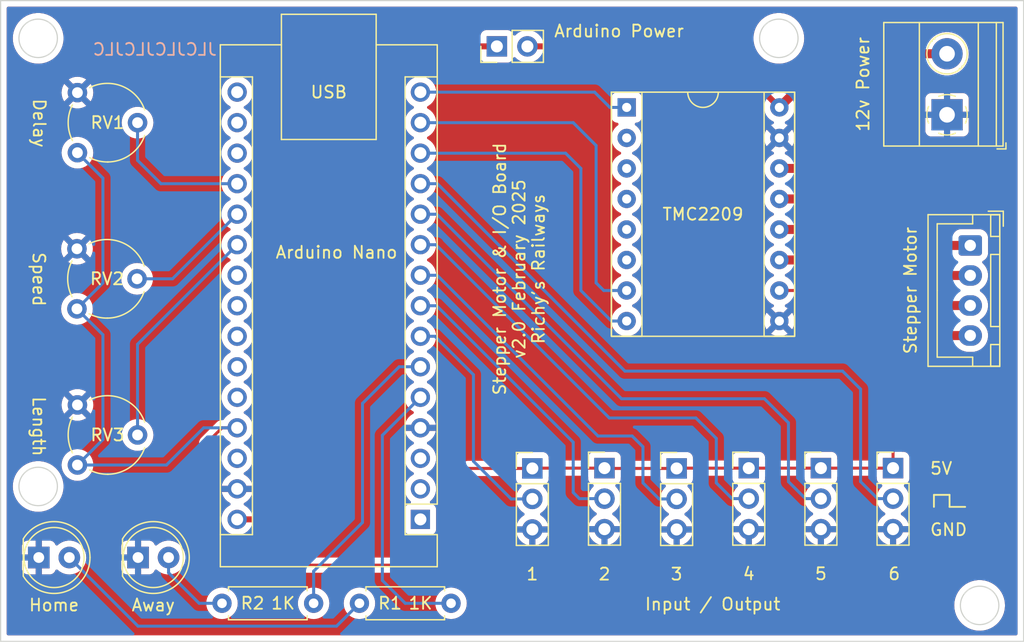
<source format=kicad_pcb>
(kicad_pcb (version 20211014) (generator pcbnew)
  (layers (0 "F.Cu" signal) (31 "B.Cu" signal) (34 "B.Paste" user) (35 "F.Paste" user) (36 "B.SilkS" user "B.Silkscreen") (37 "F.SilkS" user "F.Silkscreen") (38 "B.Mask" user) (39 "F.Mask" user) (44 "Edge.Cuts" user))
  (net 0 "")
  (net 4 "GND")
  (net 5 "Net-(A1-Pad5)")
  (net 6 "Net-(A1-Pad6)")
  (net 7 "Net-(A1-Pad7)")
  (net 8 "Net-(A1-Pad8)")
  (net 9 "Net-(A1-Pad9)")
  (net 10 "Net-(A1-Pad10)")
  (net 11 "Net-(A1-Pad11)")
  (net 12 "Net-(A1-Pad12)")
  (net 16 "Net-(A1-Pad19)")
  (net 17 "Net-(A1-Pad20)")
  (net 18 "Net-(A1-Pad21)")
  (net 24 "Net-(A1-Pad13)")
  (net 26 "Net-(A1-Pad30)")
  (net 27 "Net-(D1-Pad2)")
  (net 28 "Net-(D2-Pad2)")
  (net 29 "Net-(J3-Pad1)")
  (net 30 "Net-(J3-Pad2)")
  (net 31 "Net-(J3-Pad3)")
  (net 32 "Net-(J3-Pad4)")
  (net 38 "Net-(J1-Pad2)")
  (net 39 "Net-(A1-Pad14)")
  (net 40 "Net-(A1-Pad15)")
  (net 41 "VIO")
  (footprint "LED_THT:LED_D5.0mm" (layer "F.Cu") (at 31.75 69.215)
    (fp_text reference "D1" hide)
    (fp_text value "Home" (at 1.27 3.96) (layer "F.SilkS"))
    (fp_line (start -1.29 -1.545) (end -1.29 1.545) (layer "F.SilkS") (width 0.12))
    (fp_arc (start -1.29 -1.54483) (mid 2.072002 -2.880433) (end 4.26 0.000462) (layer "F.SilkS") (width 0.12))
    (fp_arc (start 4.26 -0.000462) (mid 2.072002 2.880433) (end -1.29 1.54483) (layer "F.SilkS") (width 0.12))
    (fp_circle (center 1.27 0) (end 3.77 0) (layer "F.SilkS") (width 0.12) (fill none))
    (pad "1" thru_hole rect (at 0 0) (size 1.8 1.8) (drill 0.9) (layers *.Cu *.Mask) (net 4 "GND"))
    (pad "2" thru_hole circle (at 2.54 0) (size 1.8 1.8) (drill 0.9) (layers *.Cu *.Mask) (net 27 "Net-(D1-Pad2)"))
  )
  (footprint "Potentiometer_THT:Potentiometer_Piher_PT-6-V_Vertical" (layer "F.Cu") (at 34.965 61.515)
    (fp_text reference "RV3" (at 2.5 -2.5) (layer "F.SilkS"))
    (fp_text value "Length" (at -3.215 -3.215 270 unlocked) (layer "F.SilkS"))
    (fp_arc (start 2.556863 0.770075) (mid 1.764071 0.686696) (end 1.015 0.414) (layer "F.SilkS") (width 0.12))
    (fp_arc (start 1.016032 -5.413829) (mid 3.725524 -5.531609) (end 5.592 -3.564) (layer "F.SilkS") (width 0.12))
    (fp_arc (start -0.413387 -1.014798) (mid -0.770114 -2.499325) (end -0.414 -3.984) (layer "F.SilkS") (width 0.12))
    (fp_arc (start 5.591846 -1.435392) (mid 4.398899 0.162158) (end 2.5 0.77) (layer "F.SilkS") (width 0.12))
    (pad "1" thru_hole circle (at 0 0) (size 1.62 1.62) (drill 0.9) (layers *.Cu *.Mask) (net 41 "VIO"))
    (pad "2" thru_hole circle (at 5 -2.5) (size 1.62 1.62) (drill 0.9) (layers *.Cu *.Mask) (net 18 "Net-(A1-Pad21)"))
    (pad "3" thru_hole circle (at 0 -5) (size 1.62 1.62) (drill 0.9) (layers *.Cu *.Mask) (net 4 "GND"))
  )
  (footprint "Connector_PinHeader_2.54mm:PinHeader_1x03_P2.54mm_Vertical" (layer "F.Cu") (at 96.8 61.775)
    (fp_text reference "J8" hide)
    (fp_text value "5" (at 0 8.8) (layer "F.SilkS"))
    (fp_line (start -1.33 -1.33) (end 0 -1.33) (layer "F.SilkS") (width 0.12))
    (fp_line (start 1.33 1.27) (end 1.33 6.41) (layer "F.SilkS") (width 0.12))
    (fp_line (start -1.33 6.41) (end 1.33 6.41) (layer "F.SilkS") (width 0.12))
    (fp_line (start -1.33 0) (end -1.33 -1.33) (layer "F.SilkS") (width 0.12))
    (fp_line (start -1.33 1.27) (end 1.33 1.27) (layer "F.SilkS") (width 0.12))
    (fp_line (start -1.33 1.27) (end -1.33 6.41) (layer "F.SilkS") (width 0.12))
    (pad "1" thru_hole rect (at 0 0) (size 1.7 1.7) (drill 1) (layers *.Cu *.Mask) (net 41 "VIO"))
    (pad "2" thru_hole oval (at 0 2.54) (size 1.7 1.7) (drill 1) (layers *.Cu *.Mask) (net 11 "Net-(A1-Pad11)"))
    (pad "3" thru_hole oval (at 0 5.08) (size 1.7 1.7) (drill 1) (layers *.Cu *.Mask) (net 4 "GND"))
  )
  (footprint "LED_THT:LED_D5.0mm" (layer "F.Cu") (at 40.005 69.215)
    (fp_text reference "D2" hide)
    (fp_text value "Away" (at 1.27 3.96) (layer "F.SilkS"))
    (fp_line (start -1.29 -1.545) (end -1.29 1.545) (layer "F.SilkS") (width 0.12))
    (fp_arc (start -1.29 -1.54483) (mid 2.072002 -2.880433) (end 4.26 0.000462) (layer "F.SilkS") (width 0.12))
    (fp_arc (start 4.26 -0.000462) (mid 2.072002 2.880433) (end -1.29 1.54483) (layer "F.SilkS") (width 0.12))
    (fp_circle (center 1.27 0) (end 3.77 0) (layer "F.SilkS") (width 0.12) (fill none))
    (pad "1" thru_hole rect (at 0 0) (size 1.8 1.8) (drill 0.9) (layers *.Cu *.Mask) (net 4 "GND"))
    (pad "2" thru_hole circle (at 2.54 0) (size 1.8 1.8) (drill 0.9) (layers *.Cu *.Mask) (net 28 "Net-(D2-Pad2)"))
  )
  (footprint "Connector_PinHeader_2.54mm:PinHeader_1x02_P2.54mm_Vertical" (layer "F.Cu") (at 69.85 26.67 90)
    (fp_text reference "J2" hide)
    (fp_text value "Arduino Power" (at 1.27 10.165 unlocked) (layer "F.SilkS"))
    (fp_line (start -1.33 1.27) (end 1.33 1.27) (layer "F.SilkS") (width 0.12))
    (fp_line (start -1.33 3.87) (end 1.33 3.87) (layer "F.SilkS") (width 0.12))
    (fp_line (start 1.33 1.27) (end 1.33 3.87) (layer "F.SilkS") (width 0.12))
    (fp_line (start -1.33 0) (end -1.33 -1.33) (layer "F.SilkS") (width 0.12))
    (fp_line (start -1.33 1.27) (end -1.33 3.87) (layer "F.SilkS") (width 0.12))
    (fp_line (start -1.33 -1.33) (end 0 -1.33) (layer "F.SilkS") (width 0.12))
    (pad "1" thru_hole rect locked (at 0 0 90) (size 1.7 1.7) (drill 1) (layers *.Cu *.Mask) (net 26 "Net-(A1-Pad30)"))
    (pad "2" thru_hole oval locked (at 0 2.54 90) (size 1.7 1.7) (drill 1) (layers *.Cu *.Mask) (net 38 "Net-(J1-Pad2)"))
  )
  (footprint "Connector_PinHeader_2.54mm:PinHeader_1x03_P2.54mm_Vertical" (layer "F.Cu") (at 90.8 61.775)
    (fp_text reference "J7" hide)
    (fp_text value "4" (at 0 8.8) (layer "F.SilkS"))
    (fp_line (start 1.33 1.27) (end 1.33 6.41) (layer "F.SilkS") (width 0.12))
    (fp_line (start -1.33 1.27) (end -1.33 6.41) (layer "F.SilkS") (width 0.12))
    (fp_line (start -1.33 6.41) (end 1.33 6.41) (layer "F.SilkS") (width 0.12))
    (fp_line (start -1.33 1.27) (end 1.33 1.27) (layer "F.SilkS") (width 0.12))
    (fp_line (start -1.33 0) (end -1.33 -1.33) (layer "F.SilkS") (width 0.12))
    (fp_line (start -1.33 -1.33) (end 0 -1.33) (layer "F.SilkS") (width 0.12))
    (pad "1" thru_hole rect (at 0 0) (size 1.7 1.7) (drill 1) (layers *.Cu *.Mask) (net 41 "VIO"))
    (pad "2" thru_hole oval (at 0 2.54) (size 1.7 1.7) (drill 1) (layers *.Cu *.Mask) (net 10 "Net-(A1-Pad10)"))
    (pad "3" thru_hole oval (at 0 5.08) (size 1.7 1.7) (drill 1) (layers *.Cu *.Mask) (net 4 "GND"))
  )
  (footprint "Potentiometer_THT:Potentiometer_Piher_PT-6-V_Vertical" (layer "F.Cu") (at 34.925 48.5175)
    (fp_text reference "RV2" (at 2.5 -2.5) (layer "F.SilkS"))
    (fp_text value "Speed" (at -3.175 -2.46 270 unlocked) (layer "F.SilkS"))
    (fp_arc (start -0.413387 -1.014798) (mid -0.770114 -2.499325) (end -0.414 -3.984) (layer "F.SilkS") (width 0.12))
    (fp_arc (start 1.016032 -5.413829) (mid 3.725524 -5.531609) (end 5.592 -3.564) (layer "F.SilkS") (width 0.12))
    (fp_arc (start 5.591846 -1.435392) (mid 4.398899 0.162158) (end 2.5 0.77) (layer "F.SilkS") (width 0.12))
    (fp_arc (start 2.556863 0.770075) (mid 1.764071 0.686696) (end 1.015 0.414) (layer "F.SilkS") (width 0.12))
    (pad "1" thru_hole circle (at 0 0) (size 1.62 1.62) (drill 0.9) (layers *.Cu *.Mask) (net 41 "VIO"))
    (pad "2" thru_hole circle (at 5 -2.5) (size 1.62 1.62) (drill 0.9) (layers *.Cu *.Mask) (net 17 "Net-(A1-Pad20)"))
    (pad "3" thru_hole circle (at 0 -5) (size 1.62 1.62) (drill 0.9) (layers *.Cu *.Mask) (net 4 "GND"))
  )
  (footprint "Connector_PinHeader_2.54mm:PinHeader_1x03_P2.54mm_Vertical" (layer "F.Cu") (at 72.8 61.8)
    (fp_text reference "J4" hide)
    (fp_text value "1" (at 0 8.8) (layer "F.SilkS"))
    (fp_line (start -1.33 0) (end -1.33 -1.33) (layer "F.SilkS") (width 0.12))
    (fp_line (start 1.33 1.27) (end 1.33 6.41) (layer "F.SilkS") (width 0.12))
    (fp_line (start -1.33 1.27) (end -1.33 6.41) (layer "F.SilkS") (width 0.12))
    (fp_line (start -1.33 -1.33) (end 0 -1.33) (layer "F.SilkS") (width 0.12))
    (fp_line (start -1.33 6.41) (end 1.33 6.41) (layer "F.SilkS") (width 0.12))
    (fp_line (start -1.33 1.27) (end 1.33 1.27) (layer "F.SilkS") (width 0.12))
    (pad "1" thru_hole rect (at 0 0) (size 1.7 1.7) (drill 1) (layers *.Cu *.Mask) (net 41 "VIO"))
    (pad "2" thru_hole oval (at 0 2.54) (size 1.7 1.7) (drill 1) (layers *.Cu *.Mask) (net 7 "Net-(A1-Pad7)"))
    (pad "3" thru_hole oval (at 0 5.08) (size 1.7 1.7) (drill 1) (layers *.Cu *.Mask) (net 4 "GND"))
  )
  (footprint "Richard:TMC2209-Module" (layer "F.Cu") (at 80.645 31.75)
    (fp_text reference "U1" hide)
    (fp_text value "TMC2209" (at 6.35 8.89 unlocked) (layer "F.SilkS"))
    (fp_rect (start -1.27 -1.27) (end 1.27 19.05) (layer "F.SilkS") (width 0.12) (fill none))
    (fp_rect (start -1.27 -1.27) (end 13.97 19.05) (layer "F.SilkS") (width 0.12) (fill none))
    (fp_rect (start 11.43 -1.27) (end 13.97 19.05) (layer "F.SilkS") (width 0.12) (fill none))
    (fp_arc (start 7.62 -1.27) (mid 6.35 0) (end 5.08 -1.27) (layer "F.SilkS") (width 0.12))
    (pad "1" thru_hole rect locked (at 0 0) (size 1.524 1.524) (drill 0.762) (layers *.Cu *.Mask) (net 40 "Net-(A1-Pad15)"))
    (pad "2" thru_hole circle locked (at 0 2.54) (size 1.524 1.524) (drill 0.762) (layers *.Cu *.Mask))
    (pad "3" thru_hole circle locked (at 0 5.08) (size 1.524 1.524) (drill 0.762) (layers *.Cu *.Mask))
    (pad "4" thru_hole circle locked (at 0 7.62) (size 1.524 1.524) (drill 0.762) (layers *.Cu *.Mask))
    (pad "5" thru_hole circle locked (at 0 10.16) (size 1.524 1.524) (drill 0.762) (layers *.Cu *.Mask))
    (pad "6" thru_hole circle locked (at 0 12.7) (size 1.524 1.524) (drill 0.762) (layers *.Cu *.Mask))
    (pad "7" thru_hole circle locked (at 0 15.24) (size 1.524 1.524) (drill 0.762) (layers *.Cu *.Mask) (net 39 "Net-(A1-Pad14)"))
    (pad "8" thru_hole circle locked (at 0 17.78) (size 1.524 1.524) (drill 0.762) (layers *.Cu *.Mask) (net 24 "Net-(A1-Pad13)"))
    (pad "9" thru_hole circle locked (at 12.7 17.78) (size 1.524 1.524) (drill 0.762) (layers *.Cu *.Mask) (net 4 "GND"))
    (pad "10" thru_hole circle locked (at 12.7 15.24) (size 1.524 1.524) (drill 0.762) (layers *.Cu *.Mask) (net 41 "VIO"))
    (pad "11" thru_hole circle locked (at 12.7 12.7) (size 1.524 1.524) (drill 0.762) (layers *.Cu *.Mask) (net 32 "Net-(J3-Pad4)"))
    (pad "12" thru_hole circle locked (at 12.7 10.16) (size 1.524 1.524) (drill 0.762) (layers *.Cu *.Mask) (net 31 "Net-(J3-Pad3)"))
    (pad "13" thru_hole circle locked (at 12.7 7.62) (size 1.524 1.524) (drill 0.762) (layers *.Cu *.Mask) (net 30 "Net-(J3-Pad2)"))
    (pad "14" thru_hole circle locked (at 12.7 5.08) (size 1.524 1.524) (drill 0.762) (layers *.Cu *.Mask) (net 29 "Net-(J3-Pad1)"))
    (pad "15" thru_hole circle locked (at 12.7 2.54) (size 1.524 1.524) (drill 0.762) (layers *.Cu *.Mask) (net 4 "GND"))
    (pad "16" thru_hole circle locked (at 12.7 0) (size 1.524 1.524) (drill 0.762) (layers *.Cu *.Mask) (net 38 "Net-(J1-Pad2)"))
  )
  (footprint "Resistor_THT:R_Axial_DIN0207_L6.3mm_D2.5mm_P7.62mm_Horizontal" (layer "F.Cu") (at 58.42 73.025)
    (fp_text reference "R1" (at 2.54 0) (layer "F.SilkS"))
    (fp_text value "1K" (at 5.08 0) (layer "F.SilkS"))
    (fp_line (start 0.54 -1.04) (end 0.54 -1.37) (layer "F.SilkS") (width 0.12))
    (fp_line (start 0.54 -1.37) (end 7.08 -1.37) (layer "F.SilkS") (width 0.12))
    (fp_line (start 7.08 -1.37) (end 7.08 -1.04) (layer "F.SilkS") (width 0.12))
    (fp_line (start 0.54 1.37) (end 7.08 1.37) (layer "F.SilkS") (width 0.12))
    (fp_line (start 0.54 1.04) (end 0.54 1.37) (layer "F.SilkS") (width 0.12))
    (fp_line (start 7.08 1.37) (end 7.08 1.04) (layer "F.SilkS") (width 0.12))
    (pad "1" thru_hole circle (at 0 0) (size 1.6 1.6) (drill 0.8) (layers *.Cu *.Mask) (net 27 "Net-(D1-Pad2)"))
    (pad "2" thru_hole oval (at 7.62 0) (size 1.6 1.6) (drill 0.8) (layers *.Cu *.Mask) (net 5 "Net-(A1-Pad5)"))
  )
  (footprint "Connector_JST:JST_XH_B4B-XH-A_1x04_P2.50mm_Vertical" (layer "F.Cu") (at 109.22 43.24 -90)
    (fp_text reference "J3" hide)
    (fp_text value "Stepper Motor" (at 3.75 4.97 90) (layer "F.SilkS"))
    (fp_line (start 10.06 -2.46) (end -2.56 -2.46) (layer "F.SilkS") (width 0.12))
    (fp_line (start -2.55 -0.2) (end -1.8 -0.2) (layer "F.SilkS") (width 0.12))
    (fp_line (start 8.25 -1.7) (end 10.05 -1.7) (layer "F.SilkS") (width 0.12))
    (fp_line (start -2.55 -1.7) (end -0.75 -1.7) (layer "F.SilkS") (width 0.12))
    (fp_line (start 10.06 3.51) (end 10.06 -2.46) (layer "F.SilkS") (width 0.12))
    (fp_line (start 8.25 -2.45) (end 8.25 -1.7) (layer "F.SilkS") (width 0.12))
    (fp_line (start 10.05 -2.45) (end 8.25 -2.45) (layer "F.SilkS") (width 0.12))
    (fp_line (start 6.75 -2.45) (end 0.75 -2.45) (layer "F.SilkS") (width 0.12))
    (fp_line (start 10.05 -1.7) (end 10.05 -2.45) (layer "F.SilkS") (width 0.12))
    (fp_line (start -2.56 -2.46) (end -2.56 3.51) (layer "F.SilkS") (width 0.12))
    (fp_line (start -2.85 -2.75) (end -2.85 -1.5) (layer "F.SilkS") (width 0.12))
    (fp_line (start 0.75 -2.45) (end 0.75 -1.7) (layer "F.SilkS") (width 0.12))
    (fp_line (start -1.8 2.75) (end 3.75 2.75) (layer "F.SilkS") (width 0.12))
    (fp_line (start -2.56 3.51) (end 10.06 3.51) (layer "F.SilkS") (width 0.12))
    (fp_line (start -0.75 -1.7) (end -0.75 -2.45) (layer "F.SilkS") (width 0.12))
    (fp_line (start 9.3 -0.2) (end 9.3 2.75) (layer "F.SilkS") (width 0.12))
    (fp_line (start 10.05 -0.2) (end 9.3 -0.2) (layer "F.SilkS") (width 0.12))
    (fp_line (start -0.75 -2.45) (end -2.55 -2.45) (layer "F.SilkS") (width 0.12))
    (fp_line (start 0.75 -1.7) (end 6.75 -1.7) (layer "F.SilkS") (width 0.12))
    (fp_line (start -1.8 -0.2) (end -1.8 2.75) (layer "F.SilkS") (width 0.12))
    (fp_line (start 6.75 -1.7) (end 6.75 -2.45) (layer "F.SilkS") (width 0.12))
    (fp_line (start 9.3 2.75) (end 3.75 2.75) (layer "F.SilkS") (width 0.12))
    (fp_line (start -1.6 -2.75) (end -2.85 -2.75) (layer "F.SilkS") (width 0.12))
    (fp_line (start -2.55 -2.45) (end -2.55 -1.7) (layer "F.SilkS") (width 0.12))
    (pad "1" thru_hole roundrect locked (at 0 0 270) (size 1.7 1.95) (drill 0.95) (layers *.Cu *.Mask) (roundrect_rratio 0.1470588235) (net 29 "Net-(J3-Pad1)"))
    (pad "2" thru_hole oval locked (at 2.5 0 270) (size 1.7 1.95) (drill 0.95) (layers *.Cu *.Mask) (net 30 "Net-(J3-Pad2)"))
    (pad "3" thru_hole oval locked (at 5 0 270) (size 1.7 1.95) (drill 0.95) (layers *.Cu *.Mask) (net 31 "Net-(J3-Pad3)"))
    (pad "4" thru_hole oval locked (at 7.5 0 270) (size 1.7 1.95) (drill 0.95) (layers *.Cu *.Mask) (net 32 "Net-(J3-Pad4)"))
  )
  (footprint "Potentiometer_THT:Potentiometer_Piher_PT-6-V_Vertical" (layer "F.Cu") (at 34.965 35.52)
    (fp_text reference "RV1" (at 2.5 -2.5) (layer "F.SilkS"))
    (fp_text value "Delay" (at -3.175 -2.46 270 unlocked) (layer "F.SilkS"))
    (fp_arc (start 5.591846 -1.435392) (mid 4.398899 0.162158) (end 2.5 0.77) (layer "F.SilkS") (width 0.12))
    (fp_arc (start 1.016032 -5.413829) (mid 3.725524 -5.531609) (end 5.592 -3.564) (layer "F.SilkS") (width 0.12))
    (fp_arc (start -0.413387 -1.014798) (mid -0.770114 -2.499325) (end -0.414 -3.984) (layer "F.SilkS") (width 0.12))
    (fp_arc (start 2.556863 0.770075) (mid 1.764071 0.686696) (end 1.015 0.414) (layer "F.SilkS") (width 0.12))
    (pad "1" thru_hole circle (at 0 0) (size 1.62 1.62) (drill 0.9) (layers *.Cu *.Mask) (net 41 "VIO"))
    (pad "2" thru_hole circle (at 5 -2.5) (size 1.62 1.62) (drill 0.9) (layers *.Cu *.Mask) (net 16 "Net-(A1-Pad19)"))
    (pad "3" thru_hole circle (at 0 -5) (size 1.62 1.62) (drill 0.9) (layers *.Cu *.Mask) (net 4 "GND"))
  )
  (footprint "Module:Arduino_Nano" (layer "F.Cu") (at 63.49 66.04 180)
    (fp_text reference "A1" hide)
    (fp_text value "Arduino Nano" (at 6.975 22.225 unlocked) (layer "F.SilkS"))
    (fp_text user "USB" (at 7.62 35.56 unlocked) (layer "F.SilkS"))
    (fp_line (start 3.68 31.62) (end 11.56 31.62) (layer "F.SilkS") (width 0.12))
    (fp_line (start 13.97 -1.27) (end 13.97 36.83) (layer "F.SilkS") (width 0.12))
    (fp_line (start -1.4 1.27) (end -1.4 39.5) (layer "F.SilkS") (width 0.12))
    (fp_line (start 13.97 36.83) (end 16.64 36.83) (layer "F.SilkS") (width 0.12))
    (fp_line (start -1.4 39.5) (end 3.68 39.5) (layer "F.SilkS") (width 0.12))
    (fp_line (start 16.64 39.5) (end 11.56 39.5) (layer "F.SilkS") (width 0.12))
    (fp_line (start 1.27 1.27) (end 1.27 36.83) (layer "F.SilkS") (width 0.12))
    (fp_line (start 13.97 -1.27) (end 16.64 -1.27) (layer "F.SilkS") (width 0.12))
    (fp_line (start 1.27 1.27) (end -1.4 1.27) (layer "F.SilkS") (width 0.12))
    (fp_line (start -1.4 -3.94) (end -1.4 -1.27) (layer "F.SilkS") (width 0.12))
    (fp_line (start 11.56 31.62) (end 11.56 42.04) (layer "F.SilkS") (width 0.12))
    (fp_line (start 1.27 1.27) (end 1.27 -1.27) (layer "F.SilkS") (width 0.12))
    (fp_line (start 16.64 39.5) (end 16.64 -3.94) (layer "F.SilkS") (width 0.12))
    (fp_line (start 11.56 42.04) (end 3.68 42.04) (layer "F.SilkS") (width 0.12))
    (fp_line (start 3.68 42.04) (end 3.68 31.62) (layer "F.SilkS") (width 0.12))
    (fp_line (start 1.27 -1.27) (end -1.4 -1.27) (layer "F.SilkS") (width 0.12))
    (fp_line (start 1.27 36.83) (end -1.4 36.83) (layer "F.SilkS") (width 0.12))
    (fp_line (start 16.64 -3.94) (end -1.4 -3.94) (layer "F.SilkS") (width 0.12))
    (pad "1" thru_hole rect locked (at 0 0 180) (size 1.6 1.6) (drill 1) (layers *.Cu *.Mask))
    (pad "2" thru_hole oval locked (at 0 2.54 180) (size 1.6 1.6) (drill 1) (layers *.Cu *.Mask))
    (pad "3" thru_hole oval locked (at 0 5.08 180) (size 1.6 1.6) (drill 1) (layers *.Cu *.Mask))
    (pad "4" thru_hole oval locked (at 0 7.62 180) (size 1.6 1.6) (drill 1) (layers *.Cu *.Mask) (net 4 "GND"))
    (pad "5" thru_hole oval locked (at 0 10.16 180) (size 1.6 1.6) (drill 1) (layers *.Cu *.Mask) (net 5 "Net-(A1-Pad5)"))
    (pad "6" thru_hole oval locked (at 0 12.7 180) (size 1.6 1.6) (drill 1) (layers *.Cu *.Mask) (net 6 "Net-(A1-Pad6)"))
    (pad "7" thru_hole oval locked (at 0 15.24 180) (size 1.6 1.6) (drill 1) (layers *.Cu *.Mask) (net 7 "Net-(A1-Pad7)"))
    (pad "8" thru_hole oval locked (at 0 17.78 180) (size 1.6 1.6) (drill 1) (layers *.Cu *.Mask) (net 8 "Net-(A1-Pad8)"))
    (pad "9" thru_hole oval locked (at 0 20.32 180) (size 1.6 1.6) (drill 1) (layers *.Cu *.Mask) (net 9 "Net-(A1-Pad9)"))
    (pad "10" thru_hole oval locked (at 0 22.86 180) (size 1.6 1.6) (drill 1) (layers *.Cu *.Mask) (net 10 "Net-(A1-Pad10)"))
    (pad "11" thru_hole oval locked (at 0 25.4 180) (size 1.6 1.6) (drill 1) (layers *.Cu *.Mask) (net 11 "Net-(A1-Pad11)"))
    (pad "12" thru_hole oval locked (at 0 27.94 180) (size 1.6 1.6) (drill 1) (layers *.Cu *.Mask) (net 12 "Net-(A1-Pad12)"))
    (pad "13" thru_hole oval locked (at 0 30.48 180) (size 1.6 1.6) (drill 1) (layers *.Cu *.Mask) (net 24 "Net-(A1-Pad13)"))
    (pad "14" thru_hole oval locked (at 0 33.02 180) (size 1.6 1.6) (drill 1) (layers *.Cu *.Mask) (net 39 "Net-(A1-Pad14)"))
    (pad "15" thru_hole oval locked (at 0 35.56 180) (size 1.6 1.6) (drill 1) (layers *.Cu *.Mask) (net 40 "Net-(A1-Pad15)"))
    (pad "16" thru_hole oval locked (at 15.24 35.56 180) (size 1.6 1.6) (drill 1) (layers *.Cu *.Mask))
    (pad "17" thru_hole oval locked (at 15.24 33.02 180) (size 1.6 1.6) (drill 1) (layers *.Cu *.Mask))
    (pad "18" thru_hole oval locked (at 15.24 30.48 180) (size 1.6 1.6) (drill 1) (layers *.Cu *.Mask))
    (pad "19" thru_hole oval locked (at 15.24 27.94 180) (size 1.6 1.6) (drill 1) (layers *.Cu *.Mask) (net 16 "Net-(A1-Pad19)"))
    (pad "20" thru_hole oval locked (at 15.24 25.4 180) (size 1.6 1.6) (drill 1) (layers *.Cu *.Mask) (net 17 "Net-(A1-Pad20)"))
    (pad "21" thru_hole oval locked (at 15.24 22.86 180) (size 1.6 1.6) (drill 1) (layers *.Cu *.Mask) (net 18 "Net-(A1-Pad21)"))
    (pad "22" thru_hole oval locked (at 15.24 20.32 180) (size 1.6 1.6) (drill 1) (layers *.Cu *.Mask))
    (pad "23" thru_hole oval locked (at 15.24 17.78 180) (size 1.6 1.6) (drill 1) (layers *.Cu *.Mask))
    (pad "24" thru_hole oval locked (at 15.24 15.24 180) (size 1.6 1.6) (drill 1) (layers *.Cu *.Mask))
    (pad "25" thru_hole oval locked (at 15.24 12.7 180) (size 1.6 1.6) (drill 1) (layers *.Cu *.Mask))
    (pad "26" thru_hole oval locked (at 15.24 10.16 180) (size 1.6 1.6) (drill 1) (layers *.Cu *.Mask))
    (pad "27" thru_hole oval locked (at 15.24 7.62 180) (size 1.6 1.6) (drill 1) (layers *.Cu *.Mask) (net 41 "VIO"))
    (pad "28" thru_hole oval locked (at 15.24 5.08 180) (size 1.6 1.6) (drill 1) (layers *.Cu *.Mask))
    (pad "29" thru_hole oval locked (at 15.24 2.54 180) (size 1.6 1.6) (drill 1) (layers *.Cu *.Mask) (net 4 "GND"))
    (pad "30" thru_hole oval locked (at 15.24 0 180) (size 1.6 1.6) (drill 1) (layers *.Cu *.Mask) (net 26 "Net-(A1-Pad30)"))
  )
  (footprint "Connector_PinHeader_2.54mm:PinHeader_1x03_P2.54mm_Vertical" (layer "F.Cu") (at 78.8 61.775)
    (fp_text reference "J5" hide)
    (fp_text value "2" (at 0 8.825) (layer "F.SilkS"))
    (fp_line (start -1.33 6.41) (end 1.33 6.41) (layer "F.SilkS") (width 0.12))
    (fp_line (start -1.33 1.27) (end -1.33 6.41) (layer "F.SilkS") (width 0.12))
    (fp_line (start -1.33 0) (end -1.33 -1.33) (layer "F.SilkS") (width 0.12))
    (fp_line (start -1.33 1.27) (end 1.33 1.27) (layer "F.SilkS") (width 0.12))
    (fp_line (start 1.33 1.27) (end 1.33 6.41) (layer "F.SilkS") (width 0.12))
    (fp_line (start -1.33 -1.33) (end 0 -1.33) (layer "F.SilkS") (width 0.12))
    (pad "1" thru_hole rect (at 0 0) (size 1.7 1.7) (drill 1) (layers *.Cu *.Mask) (net 41 "VIO"))
    (pad "2" thru_hole oval (at 0 2.54) (size 1.7 1.7) (drill 1) (layers *.Cu *.Mask) (net 8 "Net-(A1-Pad8)"))
    (pad "3" thru_hole oval (at 0 5.08) (size 1.7 1.7) (drill 1) (layers *.Cu *.Mask) (net 4 "GND"))
  )
  (footprint "Resistor_THT:R_Axial_DIN0207_L6.3mm_D2.5mm_P7.62mm_Horizontal" (layer "F.Cu") (at 46.99 73.025)
    (fp_text reference "R2" (at 2.54 0) (layer "F.SilkS"))
    (fp_text value "1K" (at 5.08 0) (layer "F.SilkS"))
    (fp_line (start 0.54 1.04) (end 0.54 1.37) (layer "F.SilkS") (width 0.12))
    (fp_line (start 0.54 1.37) (end 7.08 1.37) (layer "F.SilkS") (width 0.12))
    (fp_line (start 7.08 1.37) (end 7.08 1.04) (layer "F.SilkS") (width 0.12))
    (fp_line (start 7.08 -1.37) (end 7.08 -1.04) (layer "F.SilkS") (width 0.12))
    (fp_line (start 0.54 -1.04) (end 0.54 -1.37) (layer "F.SilkS") (width 0.12))
    (fp_line (start 0.54 -1.37) (end 7.08 -1.37) (layer "F.SilkS") (width 0.12))
    (pad "1" thru_hole circle (at 0 0) (size 1.6 1.6) (drill 0.8) (layers *.Cu *.Mask) (net 28 "Net-(D2-Pad2)"))
    (pad "2" thru_hole oval (at 7.62 0) (size 1.6 1.6) (drill 0.8) (layers *.Cu *.Mask) (net 6 "Net-(A1-Pad6)"))
  )
  (footprint "Connector_PinHeader_2.54mm:PinHeader_1x03_P2.54mm_Vertical" (layer "F.Cu") (at 84.8 61.8)
    (fp_text reference "J6" hide)
    (fp_text value "3" (at 0 8.8) (layer "F.SilkS"))
    (fp_line (start -1.33 0) (end -1.33 -1.33) (layer "F.SilkS") (width 0.12))
    (fp_line (start 1.33 1.27) (end 1.33 6.41) (layer "F.SilkS") (width 0.12))
    (fp_line (start -1.33 1.27) (end 1.33 1.27) (layer "F.SilkS") (width 0.12))
    (fp_line (start -1.33 -1.33) (end 0 -1.33) (layer "F.SilkS") (width 0.12))
    (fp_line (start -1.33 6.41) (end 1.33 6.41) (layer "F.SilkS") (width 0.12))
    (fp_line (start -1.33 1.27) (end -1.33 6.41) (layer "F.SilkS") (width 0.12))
    (pad "1" thru_hole rect (at 0 0) (size 1.7 1.7) (drill 1) (layers *.Cu *.Mask) (net 41 "VIO"))
    (pad "2" thru_hole oval (at 0 2.54) (size 1.7 1.7) (drill 1) (layers *.Cu *.Mask) (net 9 "Net-(A1-Pad9)"))
    (pad "3" thru_hole oval (at 0 5.08) (size 1.7 1.7) (drill 1) (layers *.Cu *.Mask) (net 4 "GND"))
  )
  (footprint "TerminalBlock_Phoenix:TerminalBlock_Phoenix_MKDS-1,5-2-5.08_1x02_P5.08mm_Horizontal" (layer "F.Cu") (at 107.29 32.365 90)
    (fp_text reference "J1" hide)
    (fp_text value "12v Power" (at 2.54 -6.985 90) (layer "F.SilkS"))
    (fp_line (start 3.853 1.023) (end 3.806 1.069) (layer "F.SilkS") (width 0.12))
    (fp_line (start -2.6 4.1) (end 7.68 4.1) (layer "F.SilkS") (width 0.12))
    (fp_line (start 4.046 1.239) (end 4.011 1.274) (layer "F.SilkS") (width 0.12))
    (fp_line (start -2.6 -5.261) (end 7.68 -5.261) (layer "F.SilkS") (width 0.12))
    (fp_line (start -2.84 4.9) (end -2.34 4.9) (layer "F.SilkS") (width 0.12))
    (fp_line (start -2.6 4.66) (end 7.68 4.66) (layer "F.SilkS") (width 0.12))
    (fp_line (start -2.6 -2.301) (end 7.68 -2.301) (layer "F.SilkS") (width 0.12))
    (fp_line (start 7.68 -5.261) (end 7.68 4.66) (layer "F.SilkS") (width 0.12))
    (fp_line (start -2.6 2.6) (end 7.68 2.6) (layer "F.SilkS") (width 0.12))
    (fp_line (start -2.6 -5.261) (end -2.6 4.66) (layer "F.SilkS") (width 0.12))
    (fp_line (start 6.15 -1.275) (end 6.115 -1.239) (layer "F.SilkS") (width 0.12))
    (fp_line (start 6.355 -1.069) (end 6.308 -1.023) (layer "F.SilkS") (width 0.12))
    (fp_line (start -2.84 4.16) (end -2.84 4.9) (layer "F.SilkS") (width 0.12))
    (fp_arc (start -1.535427 0.683042) (mid -1.680501 -0.000524) (end -1.535 -0.684) (layer "F.SilkS") (width 0.12))
    (fp_arc (start -0.683042 -1.535427) (mid 0.000524 -1.680501) (end 0.684 -1.535) (layer "F.SilkS") (width 0.12))
    (fp_arc (start 1.535427 -0.683042) (mid 1.680501 0.000524) (end 1.535 0.684) (layer "F.SilkS") (width 0.12))
    (fp_arc (start 0.683318 1.534756) (mid 0.349292 1.643288) (end 0 1.68) (layer "F.SilkS") (width 0.12))
    (fp_arc (start 0.028805 1.680253) (mid -0.335551 1.646659) (end -0.684 1.535) (layer "F.SilkS") (width 0.12))
    (fp_circle (center 5.08 0) (end 6.76 0) (layer "F.SilkS") (width 0.12) (fill none))
    (pad "1" thru_hole rect locked (at 0 0 90) (size 2.6 2.6) (drill 1.3) (layers *.Cu *.Mask) (net 4 "GND"))
    (pad "2" thru_hole circle locked (at 5.08 0 90) (size 2.6 2.6) (drill 1.3) (layers *.Cu *.Mask) (net 38 "Net-(J1-Pad2)"))
  )
  (footprint "Connector_PinHeader_2.54mm:PinHeader_1x03_P2.54mm_Vertical" (layer "F.Cu") (at 102.8 61.775)
    (fp_text reference "J9" hide)
    (fp_text value "6" (at 0.1 8.8) (layer "F.SilkS"))
    (fp_line (start 1.33 1.27) (end 1.33 6.41) (layer "F.SilkS") (width 0.12))
    (fp_line (start -1.33 6.41) (end 1.33 6.41) (layer "F.SilkS") (width 0.12))
    (fp_line (start -1.33 1.27) (end 1.33 1.27) (layer "F.SilkS") (width 0.12))
    (fp_line (start -1.33 1.27) (end -1.33 6.41) (layer "F.SilkS") (width 0.12))
    (fp_line (start -1.33 -1.33) (end 0 -1.33) (layer "F.SilkS") (width 0.12))
    (fp_line (start -1.33 0) (end -1.33 -1.33) (layer "F.SilkS") (width 0.12))
    (pad "1" thru_hole rect (at 0 0) (size 1.7 1.7) (drill 1) (layers *.Cu *.Mask) (net 41 "VIO"))
    (pad "2" thru_hole oval (at 0 2.54) (size 1.7 1.7) (drill 1) (layers *.Cu *.Mask) (net 12 "Net-(A1-Pad12)"))
    (pad "3" thru_hole oval (at 0 5.08) (size 1.7 1.7) (drill 1) (layers *.Cu *.Mask) (net 4 "GND"))
  )
  (gr_line (start 107.5 65) (end 108.8 65) (layer "F.SilkS") (width 0.15))
  (gr_line (start 107.5 64) (end 107.5 65) (layer "F.SilkS") (width 0.15))
  (gr_line (start 106.2 65) (end 106.2 64) (layer "F.SilkS") (width 0.15))
  (gr_line (start 106.2 64) (end 107.5 64) (layer "F.SilkS") (width 0.15))
  (gr_circle (center 110 73.2) (end 111.6 73.2) (layer "Edge.Cuts") (width 0.1) (fill none))
  (gr_rect (start 28.575 22.86) (end 113.665 76.2) (layer "Edge.Cuts") (width 0.1) (fill none))
  (gr_circle (center 93.3 26) (end 94.9 26) (layer "Edge.Cuts") (width 0.1) (fill none))
  (gr_circle (center 31.7 63.3) (end 33.3 63.3) (layer "Edge.Cuts") (width 0.1) (fill none))
  (gr_circle (center 31.7 26) (end 33.3 26) (layer "Edge.Cuts") (width 0.1) (fill none))
  (gr_text "JLCJLCJLCJLC" (at 41.402 26.924) (layer "B.SilkS") (effects (font (size 1 1)) (justify mirror)))
  (gr_text "GND" (at 105.8 66.9) (layer "F.SilkS") (effects (font (size 1 1)) (justify left)))
  (gr_text "5V" (at 105.8 61.8) (layer "F.SilkS") (effects (font (size 1 1)) (justify left)))
  (gr_text "Stepper Motor & I/O Board\nv2.0 February 2025\nRichy's Railways" (at 71.7 45.2 90) (layer "F.SilkS") (effects (font (size 1 1))))
  (gr_text "Input / Output" (at 87.8 73.1) (layer "F.SilkS") (effects (font (size 1 1))))
  (segment (start 60.325 59.045) (end 63.49 55.88) (width 0.25) (layer "B.Cu") (net 5))
  (segment (start 66.04 73.025) (end 62.23 73.025) (width 0.25) (layer "B.Cu") (net 5))
  (segment (start 60.325 71.12) (end 60.325 59.045) (width 0.25) (layer "B.Cu") (net 5))
  (segment (start 62.23 73.025) (end 60.325 71.12) (width 0.25) (layer "B.Cu") (net 5))
  (segment (start 61.722 53.34) (end 63.49 53.34) (width 0.25) (layer "B.Cu") (net 6))
  (segment (start 54.61 73.025) (end 54.61 70.358) (width 0.25) (layer "B.Cu") (net 6))
  (segment (start 58.674 56.388) (end 61.722 53.34) (width 0.25) (layer "B.Cu") (net 6))
  (segment (start 54.61 70.358) (end 58.674 66.294) (width 0.25) (layer "B.Cu") (net 6))
  (segment (start 58.674 66.294) (end 58.674 56.388) (width 0.25) (layer "B.Cu") (net 6))
  (segment (start 67.9 54) (end 64.7 50.8) (width 0.25) (layer "B.Cu") (net 7))
  (segment (start 64.7 50.8) (end 63.49 50.8) (width 0.25) (layer "B.Cu") (net 7))
  (segment (start 67.9 61.2) (end 67.9 54) (width 0.25) (layer "B.Cu") (net 7))
  (segment (start 72.8 64.34) (end 71.04 64.34) (width 0.25) (layer "B.Cu") (net 7))
  (segment (start 71.04 64.34) (end 67.9 61.2) (width 0.25) (layer "B.Cu") (net 7))
  (segment (start 76.2 63.8) (end 76.2 59.62) (width 0.25) (layer "B.Cu") (net 8))
  (segment (start 76.2 59.62) (end 64.84 48.26) (width 0.25) (layer "B.Cu") (net 8))
  (segment (start 76.715 64.315) (end 76.2 63.8) (width 0.25) (layer "B.Cu") (net 8))
  (segment (start 64.84 48.26) (end 63.49 48.26) (width 0.25) (layer "B.Cu") (net 8))
  (segment (start 78.8 64.315) (end 76.715 64.315) (width 0.25) (layer "B.Cu") (net 8))
  (segment (start 84.8 64.34) (end 83.34 64.34) (width 0.25) (layer "B.Cu") (net 9))
  (segment (start 83.34 64.34) (end 82 63) (width 0.25) (layer "B.Cu") (net 9))
  (segment (start 78.26 59.1) (end 64.88 45.72) (width 0.25) (layer "B.Cu") (net 9))
  (segment (start 64.88 45.72) (end 63.49 45.72) (width 0.25) (layer "B.Cu") (net 9))
  (segment (start 82 63) (end 82 60) (width 0.25) (layer "B.Cu") (net 9))
  (segment (start 81.1 59.1) (end 78.26 59.1) (width 0.25) (layer "B.Cu") (net 9))
  (segment (start 82 60) (end 81.1 59.1) (width 0.25) (layer "B.Cu") (net 9))
  (segment (start 64.82 43.22) (end 79.2 57.6) (width 0.25) (layer "B.Cu") (net 10))
  (segment (start 63.49 43.18) (end 64.82 43.18) (width 0.25) (layer "B.Cu") (net 10))
  (segment (start 64.82 43.18) (end 64.82 43.22) (width 0.25) (layer "B.Cu") (net 10))
  (segment (start 79.2 57.6) (end 86.4 57.6) (width 0.25) (layer "B.Cu") (net 10))
  (segment (start 88.1 59.3) (end 88.1 63) (width 0.25) (layer "B.Cu") (net 10))
  (segment (start 89.415 64.315) (end 90.8 64.315) (width 0.25) (layer "B.Cu") (net 10))
  (segment (start 86.4 57.6) (end 88.1 59.3) (width 0.25) (layer "B.Cu") (net 10))
  (segment (start 88.1 63) (end 89.415 64.315) (width 0.25) (layer "B.Cu") (net 10))
  (segment (start 96.8 64.315) (end 95.515 64.315) (width 0.25) (layer "B.Cu") (net 11))
  (segment (start 95.515 64.315) (end 94.1 62.9) (width 0.25) (layer "B.Cu") (net 11))
  (segment (start 64.86 40.64) (end 63.49 40.64) (width 0.25) (layer "B.Cu") (net 11))
  (segment (start 92.1 56) (end 80.22 56) (width 0.25) (layer "B.Cu") (net 11))
  (segment (start 94.1 62.9) (end 94.1 58) (width 0.25) (layer "B.Cu") (net 11))
  (segment (start 80.22 56) (end 64.86 40.64) (width 0.25) (layer "B.Cu") (net 11))
  (segment (start 94.1 58) (end 92.1 56) (width 0.25) (layer "B.Cu") (net 11))
  (segment (start 64.9 38.1) (end 80.5 53.7) (width 0.25) (layer "B.Cu") (net 12))
  (segment (start 98.6 53.7) (end 100.1 55.2) (width 0.25) (layer "B.Cu") (net 12))
  (segment (start 80.5 53.7) (end 98.6 53.7) (width 0.25) (layer "B.Cu") (net 12))
  (segment (start 100.1 55.2) (end 100.1 62.9) (width 0.25) (layer "B.Cu") (net 12))
  (segment (start 63.49 38.1) (end 64.9 38.1) (width 0.25) (layer "B.Cu") (net 12))
  (segment (start 100.1 62.9) (end 101.515 64.315) (width 0.25) (layer "B.Cu") (net 12))
  (segment (start 101.515 64.315) (end 102.8 64.315) (width 0.25) (layer "B.Cu") (net 12))
  (segment (start 39.965 36.155) (end 41.91 38.1) (width 0.25) (layer "B.Cu") (net 16))
  (segment (start 41.91 38.1) (end 48.25 38.1) (width 0.25) (layer "B.Cu") (net 16))
  (segment (start 39.965 33.02) (end 39.965 36.155) (width 0.25) (layer "B.Cu") (net 16))
  (segment (start 42.8725 46.0175) (end 48.25 40.64) (width 0.25) (layer "B.Cu") (net 17))
  (segment (start 39.925 46.0175) (end 42.8725 46.0175) (width 0.25) (layer "B.Cu") (net 17))
  (segment (start 39.965 51.465) (end 48.25 43.18) (width 0.25) (layer "B.Cu") (net 18))
  (segment (start 39.965 59.015) (end 39.965 51.465) (width 0.25) (layer "B.Cu") (net 18))
  (segment (start 76.835 46.99) (end 79.375 49.53) (width 0.25) (layer "B.Cu") (net 24))
  (segment (start 79.375 49.53) (end 80.645 49.53) (width 0.25) (layer "B.Cu") (net 24))
  (segment (start 76.835 36.83) (end 76.835 46.99) (width 0.25) (layer "B.Cu") (net 24))
  (segment (start 63.49 35.56) (end 75.565 35.56) (width 0.25) (layer "B.Cu") (net 24))
  (segment (start 75.565 35.56) (end 76.835 36.83) (width 0.25) (layer "B.Cu") (net 24))
  (segment (start 51.054 66.04) (end 55.118 61.976) (width 0.5) (layer "F.Cu") (net 26))
  (segment (start 55.118 61.976) (end 55.118 29.718) (width 0.5) (layer "F.Cu") (net 26))
  (segment (start 55.118 29.718) (end 58.166 26.67) (width 0.5) (layer "F.Cu") (net 26))
  (segment (start 58.166 26.67) (end 69.85 26.67) (width 0.5) (layer "F.Cu") (net 26))
  (segment (start 48.25 66.04) (end 51.054 66.04) (width 0.5) (layer "F.Cu") (net 26))
  (segment (start 58.42 73.025) (end 56.515 74.93) (width 0.25) (layer "B.Cu") (net 27))
  (segment (start 40.005 74.93) (end 34.29 69.215) (width 0.25) (layer "B.Cu") (net 27))
  (segment (start 56.515 74.93) (end 40.005 74.93) (width 0.25) (layer "B.Cu") (net 27))
  (segment (start 42.545 69.215) (end 42.545 70.485) (width 0.25) (layer "B.Cu") (net 28))
  (segment (start 42.545 70.485) (end 45.085 73.025) (width 0.25) (layer "B.Cu") (net 28))
  (segment (start 45.085 73.025) (end 46.99 73.025) (width 0.25) (layer "B.Cu") (net 28))
  (segment (start 99.06 36.83) (end 105.47 43.24) (width 0.75) (layer "F.Cu") (net 29))
  (segment (start 105.47 43.24) (end 109.22 43.24) (width 0.75) (layer "F.Cu") (net 29))
  (segment (start 93.345 36.83) (end 99.06 36.83) (width 0.75) (layer "F.Cu") (net 29))
  (segment (start 99.06 39.37) (end 105.43 45.74) (width 0.75) (layer "F.Cu") (net 30))
  (segment (start 93.345 39.37) (end 99.06 39.37) (width 0.75) (layer "F.Cu") (net 30))
  (segment (start 105.43 45.74) (end 109.22 45.74) (width 0.75) (layer "F.Cu") (net 30))
  (segment (start 99.06 41.91) (end 105.41 48.26) (width 0.75) (layer "F.Cu") (net 31))
  (segment (start 93.345 41.91) (end 99.06 41.91) (width 0.75) (layer "F.Cu") (net 31))
  (segment (start 105.43 48.24) (end 109.22 48.24) (width 0.75) (layer "F.Cu") (net 31))
  (segment (start 105.41 48.26) (end 105.43 48.24) (width 0.25) (layer "F.Cu") (net 31))
  (segment (start 105.47 50.74) (end 109.22 50.74) (width 0.75) (layer "F.Cu") (net 32))
  (segment (start 105.41 50.8) (end 105.47 50.74) (width 0.25) (layer "F.Cu") (net 32))
  (segment (start 93.345 44.45) (end 99.06 44.45) (width 0.75) (layer "F.Cu") (net 32))
  (segment (start 99.06 44.45) (end 105.41 50.8) (width 0.75) (layer "F.Cu") (net 32))
  (segment (start 88.265 26.67) (end 93.345 31.75) (width 0.5) (layer "F.Cu") (net 38))
  (segment (start 72.39 26.67) (end 88.265 26.67) (width 0.5) (layer "F.Cu") (net 38))
  (segment (start 97.81 27.285) (end 107.29 27.285) (width 0.75) (layer "F.Cu") (net 38))
  (segment (start 93.345 31.75) (end 97.81 27.285) (width 0.75) (layer "F.Cu") (net 38))
  (segment (start 78.74 46.99) (end 80.645 46.99) (width 0.25) (layer "B.Cu") (net 39))
  (segment (start 78.105 46.355) (end 78.74 46.99) (width 0.25) (layer "B.Cu") (net 39))
  (segment (start 63.49 33.02) (end 76.2 33.02) (width 0.25) (layer "B.Cu") (net 39))
  (segment (start 78.105 34.925) (end 78.105 46.355) (width 0.25) (layer "B.Cu") (net 39))
  (segment (start 76.2 33.02) (end 78.105 34.925) (width 0.25) (layer "B.Cu") (net 39))
  (segment (start 63.49 30.48) (end 77.978 30.48) (width 0.25) (layer "B.Cu") (net 40))
  (segment (start 79.248 31.75) (end 80.645 31.75) (width 0.25) (layer "B.Cu") (net 40))
  (segment (start 77.978 30.48) (end 79.248 31.75) (width 0.25) (layer "B.Cu") (net 40))
  (segment (start 46.99 58.42) (end 45.72 59.69) (width 0.25) (layer "F.Cu") (net 41))
  (segment (start 72.825 61.775) (end 72.8 61.8) (width 0.25) (layer "F.Cu") (net 41))
  (segment (start 84.825 61.775) (end 84.8 61.8) (width 0.25) (layer "F.Cu") (net 41))
  (segment (start 45.72 59.69) (end 45.72 68.58) (width 0.25) (layer "F.Cu") (net 41))
  (segment (start 102.8 54.3) (end 102.8 61.775) (width 0.25) (layer "F.Cu") (net 41))
  (segment (start 48.25 58.42) (end 46.99 58.42) (width 0.25) (layer "F.Cu") (net 41))
  (segment (start 46.99 69.85) (end 64.135 69.85) (width 0.25) (layer "F.Cu") (net 41))
  (segment (start 95.49 46.99) (end 102.8 54.3) (width 0.25) (layer "F.Cu") (net 41))
  (segment (start 78.8 61.775) (end 72.825 61.775) (width 0.25) (layer "F.Cu") (net 41))
  (segment (start 84.8 61.8) (end 78.825 61.8) (width 0.25) (layer "F.Cu") (net 41))
  (segment (start 93.345 46.99) (end 95.49 46.99) (width 0.25) (layer "F.Cu") (net 41))
  (segment (start 67.48 61.8) (end 66.04 63.24) (width 0.25) (layer "F.Cu") (net 41))
  (segment (start 66.04 67.945) (end 66.04 63.24) (width 0.25) (layer "F.Cu") (net 41))
  (segment (start 102.8 61.775) (end 96.8 61.775) (width 0.25) (layer "F.Cu") (net 41))
  (segment (start 96.8 61.775) (end 90.8 61.775) (width 0.25) (layer "F.Cu") (net 41))
  (segment (start 78.825 61.8) (end 78.8 61.775) (width 0.25) (layer "F.Cu") (net 41))
  (segment (start 64.135 69.85) (end 66.04 67.945) (width 0.25) (layer "F.Cu") (net 41))
  (segment (start 72.8 61.8) (end 67.48 61.8) (width 0.25) (layer "F.Cu") (net 41))
  (segment (start 90.8 61.775) (end 84.825 61.775) (width 0.25) (layer "F.Cu") (net 41))
  (segment (start 45.72 68.58) (end 46.99 69.85) (width 0.25) (layer "F.Cu") (net 41))
  (segment (start 37.084 50.6765) (end 34.925 48.5175) (width 0.25) (layer "B.Cu") (net 41))
  (segment (start 37.084 46.3585) (end 37.084 37.639) (width 0.25) (layer "B.Cu") (net 41))
  (segment (start 34.925 48.5175) (end 37.084 46.3585) (width 0.25) (layer "B.Cu") (net 41))
  (segment (start 37.084 37.639) (end 34.965 35.52) (width 0.25) (layer "B.Cu") (net 41))
  (segment (start 45.466 58.42) (end 42.371 61.515) (width 0.25) (layer "B.Cu") (net 41))
  (segment (start 48.25 58.42) (end 45.466 58.42) (width 0.25) (layer "B.Cu") (net 41))
  (segment (start 42.371 61.515) (end 34.965 61.515) (width 0.25) (layer "B.Cu") (net 41))
  (segment (start 34.965 61.515) (end 37.084 59.396) (width 0.25) (layer "B.Cu") (net 41))
  (segment (start 37.084 59.396) (end 37.084 50.6765) (width 0.25) (layer "B.Cu") (net 41))
  (zone (net 4) (net_name "GND") (layers F&B.Cu) (connect_pads (clearance 0.508)) (min_thickness 0.254) (fill yes (thermal_gap 0.508) (thermal_bridge_width 0.508))
    (polygon (pts (xy 113.665 76.2) (xy 28.575 76.2) (xy 28.575 22.86) (xy 113.665 22.86)))
  )
)
</source>
